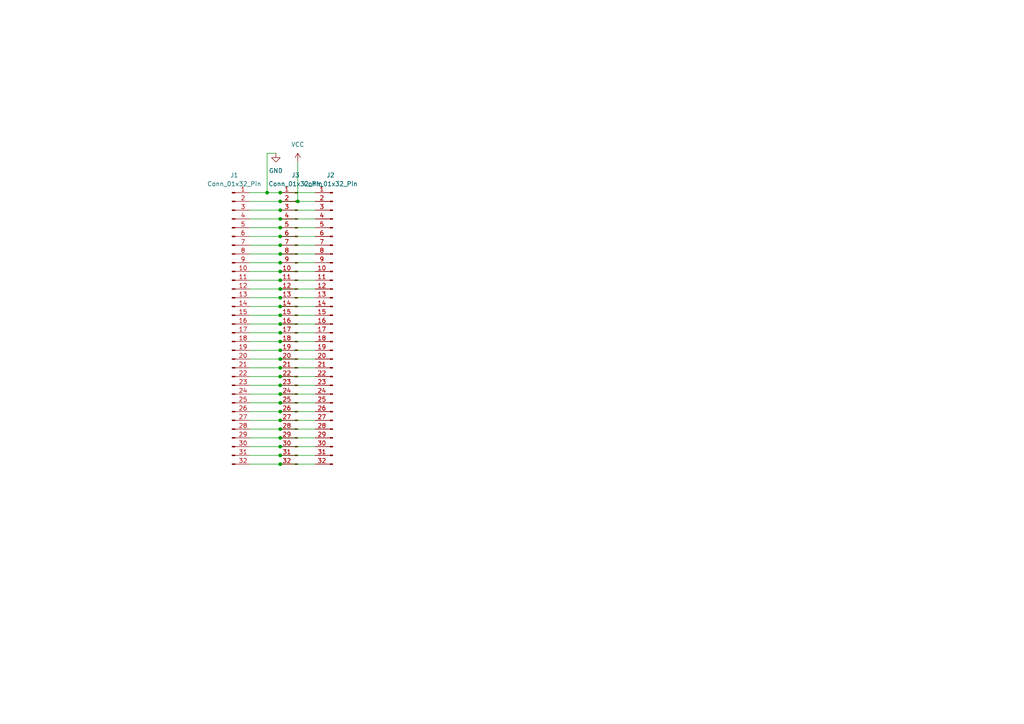
<source format=kicad_sch>
(kicad_sch (version 20231120) (generator "eeschema") (generator_version "8.0")
  (paper "A4")
  (lib_symbols
    (symbol "Connector:Conn_01x32_Pin" (pin_names (offset 1.016) hide)
      (property "Reference" "J" (at 0 40.64 0))
      (property "Value" "Conn_01x32_Pin" (at 0 -43.18 0))
      (symbol "Conn_01x32_Pin_1_1"
        (polyline (pts (xy 1.27 -40.64) (xy 0.8636 -40.64)) (stroke (width 0.1524)))
        (polyline (pts (xy 1.27 -38.1) (xy 0.8636 -38.1)) (stroke (width 0.1524)))
        (polyline (pts (xy 1.27 -35.56) (xy 0.8636 -35.56)) (stroke (width 0.1524)))
        (polyline (pts (xy 1.27 -33.02) (xy 0.8636 -33.02)) (stroke (width 0.1524)))
        (polyline (pts (xy 1.27 -30.48) (xy 0.8636 -30.48)) (stroke (width 0.1524)))
        (polyline (pts (xy 1.27 -27.94) (xy 0.8636 -27.94)) (stroke (width 0.1524)))
        (polyline (pts (xy 1.27 -25.4) (xy 0.8636 -25.4)) (stroke (width 0.1524)))
        (polyline (pts (xy 1.27 -22.86) (xy 0.8636 -22.86)) (stroke (width 0.1524)))
        (polyline (pts (xy 1.27 -20.32) (xy 0.8636 -20.32)) (stroke (width 0.1524)))
        (polyline (pts (xy 1.27 -17.78) (xy 0.8636 -17.78)) (stroke (width 0.1524)))
        (polyline (pts (xy 1.27 -15.24) (xy 0.8636 -15.24)) (stroke (width 0.1524)))
        (polyline (pts (xy 1.27 -12.7) (xy 0.8636 -12.7)) (stroke (width 0.1524)))
        (polyline (pts (xy 1.27 -10.16) (xy 0.8636 -10.16)) (stroke (width 0.1524)))
        (polyline (pts (xy 1.27 -7.62) (xy 0.8636 -7.62)) (stroke (width 0.1524)))
        (polyline (pts (xy 1.27 -5.08) (xy 0.8636 -5.08)) (stroke (width 0.1524)))
        (polyline (pts (xy 1.27 -2.54) (xy 0.8636 -2.54)) (stroke (width 0.1524)))
        (polyline (pts (xy 1.27 0) (xy 0.8636 0)) (stroke (width 0.1524)))
        (polyline (pts (xy 1.27 2.54) (xy 0.8636 2.54)) (stroke (width 0.1524)))
        (polyline (pts (xy 1.27 5.08) (xy 0.8636 5.08)) (stroke (width 0.1524)))
        (polyline (pts (xy 1.27 7.62) (xy 0.8636 7.62)) (stroke (width 0.1524)))
        (polyline (pts (xy 1.27 10.16) (xy 0.8636 10.16)) (stroke (width 0.1524)))
        (polyline (pts (xy 1.27 12.7) (xy 0.8636 12.7)) (stroke (width 0.1524)))
        (polyline (pts (xy 1.27 15.24) (xy 0.8636 15.24)) (stroke (width 0.1524)))
        (polyline (pts (xy 1.27 17.78) (xy 0.8636 17.78)) (stroke (width 0.1524)))
        (polyline (pts (xy 1.27 20.32) (xy 0.8636 20.32)) (stroke (width 0.1524)))
        (polyline (pts (xy 1.27 22.86) (xy 0.8636 22.86)) (stroke (width 0.1524)))
        (polyline (pts (xy 1.27 25.4) (xy 0.8636 25.4)) (stroke (width 0.1524)))
        (polyline (pts (xy 1.27 27.94) (xy 0.8636 27.94)) (stroke (width 0.1524)))
        (polyline (pts (xy 1.27 30.48) (xy 0.8636 30.48)) (stroke (width 0.1524)))
        (polyline (pts (xy 1.27 33.02) (xy 0.8636 33.02)) (stroke (width 0.1524)))
        (polyline (pts (xy 1.27 35.56) (xy 0.8636 35.56)) (stroke (width 0.1524)))
        (polyline (pts (xy 1.27 38.1) (xy 0.8636 38.1)) (stroke (width 0.1524)))
        (rectangle (start 0.8636 -40.513) (end 0 -40.767) (stroke (width 0.1524)) (fill (type outline)))
        (rectangle (start 0.8636 -37.973) (end 0 -38.227) (stroke (width 0.1524)) (fill (type outline)))
        (rectangle (start 0.8636 -35.433) (end 0 -35.687) (stroke (width 0.1524)) (fill (type outline)))
        (rectangle (start 0.8636 -32.893) (end 0 -33.147) (stroke (width 0.1524)) (fill (type outline)))
        (rectangle (start 0.8636 -30.353) (end 0 -30.607) (stroke (width 0.1524)) (fill (type outline)))
        (rectangle (start 0.8636 -27.813) (end 0 -28.067) (stroke (width 0.1524)) (fill (type outline)))
        (rectangle (start 0.8636 -25.273) (end 0 -25.527) (stroke (width 0.1524)) (fill (type outline)))
        (rectangle (start 0.8636 -22.733) (end 0 -22.987) (stroke (width 0.1524)) (fill (type outline)))
        (rectangle (start 0.8636 -20.193) (end 0 -20.447) (stroke (width 0.1524)) (fill (type outline)))
        (rectangle (start 0.8636 -17.653) (end 0 -17.907) (stroke (width 0.1524)) (fill (type outline)))
        (rectangle (start 0.8636 -15.113) (end 0 -15.367) (stroke (width 0.1524)) (fill (type outline)))
        (rectangle (start 0.8636 -12.573) (end 0 -12.827) (stroke (width 0.1524)) (fill (type outline)))
        (rectangle (start 0.8636 -10.033) (end 0 -10.287) (stroke (width 0.1524)) (fill (type outline)))
        (rectangle (start 0.8636 -7.493) (end 0 -7.747) (stroke (width 0.1524)) (fill (type outline)))
        (rectangle (start 0.8636 -4.953) (end 0 -5.207) (stroke (width 0.1524)) (fill (type outline)))
        (rectangle (start 0.8636 -2.413) (end 0 -2.667) (stroke (width 0.1524)) (fill (type outline)))
        (rectangle (start 0.8636 0.127) (end 0 -0.127) (stroke (width 0.1524)) (fill (type outline)))
        (rectangle (start 0.8636 2.667) (end 0 2.413) (stroke (width 0.1524)) (fill (type outline)))
        (rectangle (start 0.8636 5.207) (end 0 4.953) (stroke (width 0.1524)) (fill (type outline)))
        (rectangle (start 0.8636 7.747) (end 0 7.493) (stroke (width 0.1524)) (fill (type outline)))
        (rectangle (start 0.8636 10.287) (end 0 10.033) (stroke (width 0.1524)) (fill (type outline)))
        (rectangle (start 0.8636 12.827) (end 0 12.573) (stroke (width 0.1524)) (fill (type outline)))
        (rectangle (start 0.8636 15.367) (end 0 15.113) (stroke (width 0.1524)) (fill (type outline)))
        (rectangle (start 0.8636 17.907) (end 0 17.653) (stroke (width 0.1524)) (fill (type outline)))
        (rectangle (start 0.8636 20.447) (end 0 20.193) (stroke (width 0.1524)) (fill (type outline)))
        (rectangle (start 0.8636 22.987) (end 0 22.733) (stroke (width 0.1524)) (fill (type outline)))
        (rectangle (start 0.8636 25.527) (end 0 25.273) (stroke (width 0.1524)) (fill (type outline)))
        (rectangle (start 0.8636 28.067) (end 0 27.813) (stroke (width 0.1524)) (fill (type outline)))
        (rectangle (start 0.8636 30.607) (end 0 30.353) (stroke (width 0.1524)) (fill (type outline)))
        (rectangle (start 0.8636 33.147) (end 0 32.893) (stroke (width 0.1524)) (fill (type outline)))
        (rectangle (start 0.8636 35.687) (end 0 35.433) (stroke (width 0.1524)) (fill (type outline)))
        (rectangle (start 0.8636 38.227) (end 0 37.973) (stroke (width 0.1524)) (fill (type outline)))
        (pin passive line (at 5.08 38.1 180) (length 3.81) (name "Pin_1") (number "1"))
        (pin passive line (at 5.08 15.24 180) (length 3.81) (name "Pin_10") (number "10"))
        (pin passive line (at 5.08 12.7 180) (length 3.81) (name "Pin_11") (number "11"))
        (pin passive line (at 5.08 10.16 180) (length 3.81) (name "Pin_12") (number "12"))
        (pin passive line (at 5.08 7.62 180) (length 3.81) (name "Pin_13") (number "13"))
        (pin passive line (at 5.08 5.08 180) (length 3.81) (name "Pin_14") (number "14"))
        (pin passive line (at 5.08 2.54 180) (length 3.81) (name "Pin_15") (number "15"))
        (pin passive line (at 5.08 0 180) (length 3.81) (name "Pin_16") (number "16"))
        (pin passive line (at 5.08 -2.54 180) (length 3.81) (name "Pin_17") (number "17"))
        (pin passive line (at 5.08 -5.08 180) (length 3.81) (name "Pin_18") (number "18"))
        (pin passive line (at 5.08 -7.62 180) (length 3.81) (name "Pin_19") (number "19"))
        (pin passive line (at 5.08 35.56 180) (length 3.81) (name "Pin_2") (number "2"))
        (pin passive line (at 5.08 -10.16 180) (length 3.81) (name "Pin_20") (number "20"))
        (pin passive line (at 5.08 -12.7 180) (length 3.81) (name "Pin_21") (number "21"))
        (pin passive line (at 5.08 -15.24 180) (length 3.81) (name "Pin_22") (number "22"))
        (pin passive line (at 5.08 -17.78 180) (length 3.81) (name "Pin_23") (number "23"))
        (pin passive line (at 5.08 -20.32 180) (length 3.81) (name "Pin_24") (number "24"))
        (pin passive line (at 5.08 -22.86 180) (length 3.81) (name "Pin_25") (number "25"))
        (pin passive line (at 5.08 -25.4 180) (length 3.81) (name "Pin_26") (number "26"))
        (pin passive line (at 5.08 -27.94 180) (length 3.81) (name "Pin_27") (number "27"))
        (pin passive line (at 5.08 -30.48 180) (length 3.81) (name "Pin_28") (number "28"))
        (pin passive line (at 5.08 -33.02 180) (length 3.81) (name "Pin_29") (number "29"))
        (pin passive line (at 5.08 33.02 180) (length 3.81) (name "Pin_3") (number "3"))
        (pin passive line (at 5.08 -35.56 180) (length 3.81) (name "Pin_30") (number "30"))
        (pin passive line (at 5.08 -38.1 180) (length 3.81) (name "Pin_31") (number "31"))
        (pin passive line (at 5.08 -40.64 180) (length 3.81) (name "Pin_32") (number "32"))
        (pin passive line (at 5.08 30.48 180) (length 3.81) (name "Pin_4") (number "4"))
        (pin passive line (at 5.08 27.94 180) (length 3.81) (name "Pin_5") (number "5"))
        (pin passive line (at 5.08 25.4 180) (length 3.81) (name "Pin_6") (number "6"))
        (pin passive line (at 5.08 22.86 180) (length 3.81) (name "Pin_7") (number "7"))
        (pin passive line (at 5.08 20.32 180) (length 3.81) (name "Pin_8") (number "8"))
        (pin passive line (at 5.08 17.78 180) (length 3.81) (name "Pin_9") (number "9"))
      )
    )
    (symbol "power:GND" (power) (pin_numbers hide) (pin_names (offset 0) hide)
      (property "Value" "GND" (at 0 -3.81 0))
      (symbol "GND_0_1"
        (polyline (pts (xy 0 0) (xy 0 -1.27) (xy 1.27 -1.27) (xy 0 -2.54) (xy -1.27 -1.27) (xy 0 -1.27)))
      )
      (symbol "GND_1_1"
        (pin power_in line (at 0 0 270) (length 0) (name "~") (number "1"))
      )
    )
    (symbol "power:VCC" (power) (pin_numbers hide) (pin_names (offset 0) hide)
      (property "Value" "VCC" (at 0 3.556 0))
      (symbol "VCC_0_1"
        (polyline (pts (xy -0.762 1.27) (xy 0 2.54)))
        (polyline (pts (xy 0 0) (xy 0 2.54)))
        (polyline (pts (xy 0 2.54) (xy 0.762 1.27)))
      )
      (symbol "VCC_1_1"
        (pin power_in line (at 0 0 90) (length 0) (name "~") (number "1"))
      )
    )
  )
  (junction (at 81.28 86.36))
  (junction (at 81.28 58.42))
  (junction (at 81.28 132.08))
  (junction (at 81.28 119.38))
  (junction (at 81.28 109.22))
  (junction (at 81.28 83.82))
  (junction (at 81.28 106.68))
  (junction (at 81.28 96.52))
  (junction (at 77.47 55.88))
  (junction (at 81.28 88.9))
  (junction (at 81.28 99.06))
  (junction (at 81.28 63.5))
  (junction (at 81.28 78.74))
  (junction (at 81.28 55.88))
  (junction (at 81.28 81.28))
  (junction (at 81.28 66.04))
  (junction (at 81.28 91.44))
  (junction (at 81.28 121.92))
  (junction (at 81.28 60.96))
  (junction (at 81.28 129.54))
  (junction (at 81.28 93.98))
  (junction (at 81.28 134.62))
  (junction (at 81.28 73.66))
  (junction (at 81.28 68.58))
  (junction (at 81.28 71.12))
  (junction (at 81.28 101.6))
  (junction (at 81.28 124.46))
  (junction (at 81.28 114.3))
  (junction (at 81.28 127))
  (junction (at 81.28 111.76))
  (junction (at 81.28 116.84))
  (junction (at 86.36 58.42))
  (junction (at 81.28 104.14))
  (junction (at 81.28 76.2))
  (wire (pts (xy 81.28 99.06) (xy 91.44 99.06)))
  (wire (pts (xy 72.39 111.76) (xy 81.28 111.76)))
  (wire (pts (xy 77.47 55.88) (xy 81.28 55.88)))
  (wire (pts (xy 72.39 134.62) (xy 81.28 134.62)))
  (wire (pts (xy 81.28 134.62) (xy 91.44 134.62)))
  (wire (pts (xy 72.39 129.54) (xy 81.28 129.54)))
  (wire (pts (xy 81.28 66.04) (xy 91.44 66.04)))
  (wire (pts (xy 72.39 104.14) (xy 81.28 104.14)))
  (wire (pts (xy 81.28 73.66) (xy 91.44 73.66)))
  (wire (pts (xy 81.28 124.46) (xy 91.44 124.46)))
  (wire (pts (xy 81.28 88.9) (xy 91.44 88.9)))
  (wire (pts (xy 81.28 104.14) (xy 91.44 104.14)))
  (wire (pts (xy 72.39 91.44) (xy 81.28 91.44)))
  (wire (pts (xy 72.39 114.3) (xy 81.28 114.3)))
  (wire (pts (xy 81.28 116.84) (xy 91.44 116.84)))
  (wire (pts (xy 86.36 58.42) (xy 91.44 58.42)))
  (wire (pts (xy 81.28 121.92) (xy 91.44 121.92)))
  (wire (pts (xy 72.39 88.9) (xy 81.28 88.9)))
  (wire (pts (xy 72.39 55.88) (xy 77.47 55.88)))
  (wire (pts (xy 72.39 132.08) (xy 81.28 132.08)))
  (wire (pts (xy 77.47 44.45) (xy 77.47 55.88)))
  (wire (pts (xy 81.28 81.28) (xy 91.44 81.28)))
  (wire (pts (xy 81.28 127) (xy 91.44 127)))
  (wire (pts (xy 72.39 78.74) (xy 81.28 78.74)))
  (wire (pts (xy 81.28 83.82) (xy 91.44 83.82)))
  (wire (pts (xy 72.39 63.5) (xy 81.28 63.5)))
  (wire (pts (xy 72.39 83.82) (xy 81.28 83.82)))
  (wire (pts (xy 81.28 63.5) (xy 91.44 63.5)))
  (wire (pts (xy 81.28 119.38) (xy 91.44 119.38)))
  (wire (pts (xy 72.39 81.28) (xy 81.28 81.28)))
  (wire (pts (xy 81.28 109.22) (xy 91.44 109.22)))
  (wire (pts (xy 72.39 60.96) (xy 81.28 60.96)))
  (wire (pts (xy 81.28 55.88) (xy 91.44 55.88)))
  (wire (pts (xy 81.28 68.58) (xy 91.44 68.58)))
  (wire (pts (xy 81.28 93.98) (xy 91.44 93.98)))
  (wire (pts (xy 81.28 86.36) (xy 91.44 86.36)))
  (wire (pts (xy 72.39 127) (xy 81.28 127)))
  (wire (pts (xy 72.39 66.04) (xy 81.28 66.04)))
  (wire (pts (xy 72.39 109.22) (xy 81.28 109.22)))
  (wire (pts (xy 72.39 86.36) (xy 81.28 86.36)))
  (wire (pts (xy 81.28 129.54) (xy 91.44 129.54)))
  (wire (pts (xy 72.39 96.52) (xy 81.28 96.52)))
  (wire (pts (xy 81.28 106.68) (xy 91.44 106.68)))
  (wire (pts (xy 81.28 132.08) (xy 91.44 132.08)))
  (wire (pts (xy 81.28 91.44) (xy 91.44 91.44)))
  (wire (pts (xy 72.39 124.46) (xy 81.28 124.46)))
  (wire (pts (xy 81.28 58.42) (xy 86.36 58.42)))
  (wire (pts (xy 72.39 101.6) (xy 81.28 101.6)))
  (wire (pts (xy 72.39 93.98) (xy 81.28 93.98)))
  (wire (pts (xy 72.39 116.84) (xy 81.28 116.84)))
  (wire (pts (xy 72.39 76.2) (xy 81.28 76.2)))
  (wire (pts (xy 81.28 71.12) (xy 91.44 71.12)))
  (wire (pts (xy 72.39 68.58) (xy 81.28 68.58)))
  (wire (pts (xy 81.28 101.6) (xy 91.44 101.6)))
  (wire (pts (xy 72.39 119.38) (xy 81.28 119.38)))
  (wire (pts (xy 81.28 60.96) (xy 91.44 60.96)))
  (wire (pts (xy 72.39 106.68) (xy 81.28 106.68)))
  (wire (pts (xy 72.39 99.06) (xy 81.28 99.06)))
  (wire (pts (xy 86.36 46.99) (xy 86.36 58.42)))
  (wire (pts (xy 80.01 44.45) (xy 77.47 44.45)))
  (wire (pts (xy 72.39 121.92) (xy 81.28 121.92)))
  (wire (pts (xy 72.39 71.12) (xy 81.28 71.12)))
  (wire (pts (xy 72.39 73.66) (xy 81.28 73.66)))
  (wire (pts (xy 81.28 76.2) (xy 91.44 76.2)))
  (wire (pts (xy 81.28 78.74) (xy 91.44 78.74)))
  (wire (pts (xy 81.28 96.52) (xy 91.44 96.52)))
  (wire (pts (xy 81.28 111.76) (xy 91.44 111.76)))
  (wire (pts (xy 81.28 114.3) (xy 91.44 114.3)))
  (wire (pts (xy 72.39 58.42) (xy 81.28 58.42)))
  (symbol (lib_id "Connector:Conn_01x32_Pin") (at 67.31 93.98 0) (unit 1)
    (property "Reference" "J1" (at 67.945 50.8 0))
    (property "Value" "Conn_01x32_Pin" (at 67.945 53.34 0))
    (property "Footprint" "Connector_PinSocket_2.54mm:PinSocket_2x16_P2.54mm_Vertical" (effects (hide yes)))
    (property "Description" "Generic connector, single row, 01x32, script generated" (effects (hide yes)))
  )
  (symbol (lib_id "Connector:Conn_01x32_Pin") (at 96.52 93.98 0) (mirror y) (unit 1)
    (property "Reference" "J2" (at 95.885 50.8 0))
    (property "Value" "Conn_01x32_Pin" (at 95.885 53.34 0))
    (property "Footprint" "Connector_PinSocket_2.54mm:PinSocket_2x16_P2.54mm_Vertical" (effects (hide yes)))
    (property "Description" "Generic connector, single row, 01x32, script generated" (effects (hide yes)))
  )
  (symbol (lib_id "power:VCC") (at 86.36 46.99 0) (unit 1)
    (property "Reference" "#PWR01" (effects (hide yes)))
    (property "Value" "VCC" (at 86.36 41.91 0))
    (property "Description" "Power symbol creates a global label with name \"VCC\"" (effects (hide yes)))
  )
  (symbol (lib_id "power:GND") (at 80.01 44.45 0) (unit 1)
    (property "Reference" "#PWR02" (effects (hide yes)))
    (property "Value" "GND" (at 80.01 49.53 0))
    (property "Description" "Power symbol creates a global label with name \"GND\" , ground" (effects (hide yes)))
  )
  (symbol (lib_id "Connector:Conn_01x32_Pin") (at 86.36 93.98 0) (mirror y) (unit 1)
    (property "Reference" "J3" (at 85.725 50.8 0))
    (property "Value" "Conn_01x32_Pin" (at 85.725 53.34 0))
    (property "Footprint" "Connector_PinSocket_2.54mm:PinSocket_2x16_P2.54mm_Vertical" (effects (hide yes)))
    (property "Description" "Generic connector, single row, 01x32, script generated" (effects (hide yes)))
  )
)
</source>
